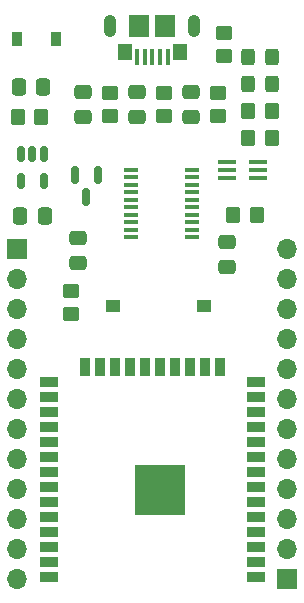
<source format=gts>
G04 #@! TF.GenerationSoftware,KiCad,Pcbnew,(6.0.10)*
G04 #@! TF.CreationDate,2023-06-12T15:34:31-04:00*
G04 #@! TF.ProjectId,esp32_dev_board,65737033-325f-4646-9576-5f626f617264,rev?*
G04 #@! TF.SameCoordinates,Original*
G04 #@! TF.FileFunction,Soldermask,Top*
G04 #@! TF.FilePolarity,Negative*
%FSLAX46Y46*%
G04 Gerber Fmt 4.6, Leading zero omitted, Abs format (unit mm)*
G04 Created by KiCad (PCBNEW (6.0.10)) date 2023-06-12 15:34:31*
%MOMM*%
%LPD*%
G01*
G04 APERTURE LIST*
G04 Aperture macros list*
%AMRoundRect*
0 Rectangle with rounded corners*
0 $1 Rounding radius*
0 $2 $3 $4 $5 $6 $7 $8 $9 X,Y pos of 4 corners*
0 Add a 4 corners polygon primitive as box body*
4,1,4,$2,$3,$4,$5,$6,$7,$8,$9,$2,$3,0*
0 Add four circle primitives for the rounded corners*
1,1,$1+$1,$2,$3*
1,1,$1+$1,$4,$5*
1,1,$1+$1,$6,$7*
1,1,$1+$1,$8,$9*
0 Add four rect primitives between the rounded corners*
20,1,$1+$1,$2,$3,$4,$5,0*
20,1,$1+$1,$4,$5,$6,$7,0*
20,1,$1+$1,$6,$7,$8,$9,0*
20,1,$1+$1,$8,$9,$2,$3,0*%
G04 Aperture macros list end*
%ADD10RoundRect,0.250000X-0.475000X0.337500X-0.475000X-0.337500X0.475000X-0.337500X0.475000X0.337500X0*%
%ADD11RoundRect,0.250000X0.325000X0.450000X-0.325000X0.450000X-0.325000X-0.450000X0.325000X-0.450000X0*%
%ADD12R,1.700000X1.700000*%
%ADD13O,1.700000X1.700000*%
%ADD14RoundRect,0.250000X0.450000X-0.350000X0.450000X0.350000X-0.450000X0.350000X-0.450000X-0.350000X0*%
%ADD15R,1.500000X0.900000*%
%ADD16R,0.900000X1.500000*%
%ADD17R,4.200000X4.200000*%
%ADD18R,1.500000X0.400000*%
%ADD19RoundRect,0.250000X-0.350000X-0.450000X0.350000X-0.450000X0.350000X0.450000X-0.350000X0.450000X0*%
%ADD20RoundRect,0.250000X0.350000X0.450000X-0.350000X0.450000X-0.350000X-0.450000X0.350000X-0.450000X0*%
%ADD21RoundRect,0.150000X-0.150000X0.512500X-0.150000X-0.512500X0.150000X-0.512500X0.150000X0.512500X0*%
%ADD22RoundRect,0.250000X0.337500X0.475000X-0.337500X0.475000X-0.337500X-0.475000X0.337500X-0.475000X0*%
%ADD23R,0.400000X1.400000*%
%ADD24R,1.750000X1.900000*%
%ADD25O,1.050000X1.900000*%
%ADD26R,1.150000X1.450000*%
%ADD27RoundRect,0.150000X-0.150000X0.587500X-0.150000X-0.587500X0.150000X-0.587500X0.150000X0.587500X0*%
%ADD28R,0.900000X1.200000*%
%ADD29RoundRect,0.250000X-0.450000X0.350000X-0.450000X-0.350000X0.450000X-0.350000X0.450000X0.350000X0*%
%ADD30R,1.200000X0.400000*%
%ADD31R,1.250000X1.000000*%
G04 APERTURE END LIST*
D10*
X172208000Y-95990500D03*
X172208000Y-98065500D03*
D11*
X179070000Y-92964000D03*
X177020000Y-92964000D03*
D12*
X157480000Y-109220000D03*
D13*
X157480000Y-111760000D03*
X157480000Y-114300000D03*
X157480000Y-116840000D03*
X157480000Y-119380000D03*
X157480000Y-121920000D03*
X157480000Y-124460000D03*
X157480000Y-127000000D03*
X157480000Y-129540000D03*
X157480000Y-132080000D03*
X157480000Y-134620000D03*
X157480000Y-137160000D03*
D10*
X175260000Y-108690500D03*
X175260000Y-110765500D03*
X163068000Y-95990500D03*
X163068000Y-98065500D03*
X167640000Y-95990500D03*
X167640000Y-98065500D03*
D14*
X169926000Y-98028000D03*
X169926000Y-96028000D03*
X175006000Y-92948000D03*
X175006000Y-90948000D03*
D10*
X162660000Y-108352500D03*
X162660000Y-110427500D03*
D15*
X177660000Y-137013800D03*
X177660000Y-135743800D03*
X177660000Y-134473800D03*
X177660000Y-133203800D03*
X177660000Y-131933800D03*
X177660000Y-130663800D03*
X177660000Y-129393800D03*
X177660000Y-128123800D03*
X177660000Y-126853800D03*
X177660000Y-125583800D03*
X177660000Y-124313800D03*
X177660000Y-123043800D03*
X177660000Y-121773800D03*
X177660000Y-120503800D03*
D16*
X174620000Y-119253800D03*
X173350000Y-119253800D03*
X172080000Y-119253800D03*
X170810000Y-119253800D03*
X169540000Y-119253800D03*
X168270000Y-119253800D03*
X167000000Y-119253800D03*
X165730000Y-119253800D03*
X164460000Y-119253800D03*
X163190000Y-119253800D03*
D15*
X160160000Y-120503800D03*
X160160000Y-121773800D03*
X160160000Y-123043800D03*
X160160000Y-124313800D03*
X160160000Y-125583800D03*
X160160000Y-126853800D03*
X160160000Y-128123800D03*
X160160000Y-129393800D03*
X160160000Y-130663800D03*
X160160000Y-131933800D03*
X160160000Y-133203800D03*
X160160000Y-134473800D03*
X160160000Y-135743800D03*
X160160000Y-137013800D03*
D17*
X169590000Y-129673800D03*
D18*
X175200000Y-101913413D03*
X175200000Y-102563413D03*
X175200000Y-103213413D03*
X177860000Y-103213413D03*
X177860000Y-102563413D03*
X177860000Y-101913413D03*
D19*
X157512000Y-98044000D03*
X159512000Y-98044000D03*
D14*
X165354000Y-98028000D03*
X165354000Y-96028000D03*
D19*
X177054000Y-97536000D03*
X179054000Y-97536000D03*
D14*
X162052000Y-114792000D03*
X162052000Y-112792000D03*
D20*
X179054000Y-99822000D03*
X177054000Y-99822000D03*
D21*
X159700000Y-101224500D03*
X158750000Y-101224500D03*
X157800000Y-101224500D03*
X157800000Y-103499500D03*
X159700000Y-103499500D03*
D22*
X159660500Y-95580200D03*
X157585500Y-95580200D03*
D23*
X170200000Y-93000000D03*
X169550000Y-93000000D03*
X168900000Y-93000000D03*
X168250000Y-93000000D03*
X167600000Y-93000000D03*
D24*
X170025000Y-90350000D03*
X167775000Y-90350000D03*
D25*
X172475000Y-90350000D03*
X165325000Y-90350000D03*
D26*
X171220000Y-92580000D03*
X166580000Y-92580000D03*
D27*
X164272000Y-102999300D03*
X162372000Y-102999300D03*
X163322000Y-104874300D03*
D28*
X157430200Y-91490800D03*
X160730200Y-91490800D03*
D12*
X180340000Y-137160000D03*
D13*
X180340000Y-134620000D03*
X180340000Y-132080000D03*
X180340000Y-129540000D03*
X180340000Y-127000000D03*
X180340000Y-124460000D03*
X180340000Y-121920000D03*
X180340000Y-119380000D03*
X180340000Y-116840000D03*
X180340000Y-114300000D03*
X180340000Y-111760000D03*
X180340000Y-109220000D03*
D22*
X159787500Y-106426000D03*
X157712500Y-106426000D03*
D11*
X179079000Y-95250000D03*
X177029000Y-95250000D03*
D19*
X175784000Y-106373413D03*
X177784000Y-106373413D03*
D29*
X174498000Y-96028000D03*
X174498000Y-98028000D03*
D30*
X167072000Y-102552500D03*
X167072000Y-103187500D03*
X167072000Y-103822500D03*
X167072000Y-104457500D03*
X167072000Y-105092500D03*
X167072000Y-105727500D03*
X167072000Y-106362500D03*
X167072000Y-106997500D03*
X167072000Y-107632500D03*
X167072000Y-108267500D03*
X172272000Y-108267500D03*
X172272000Y-107632500D03*
X172272000Y-106997500D03*
X172272000Y-106362500D03*
X172272000Y-105727500D03*
X172272000Y-105092500D03*
X172272000Y-104457500D03*
X172272000Y-103822500D03*
X172272000Y-103187500D03*
X172272000Y-102552500D03*
D31*
X165543000Y-114046000D03*
X173293000Y-114046000D03*
M02*

</source>
